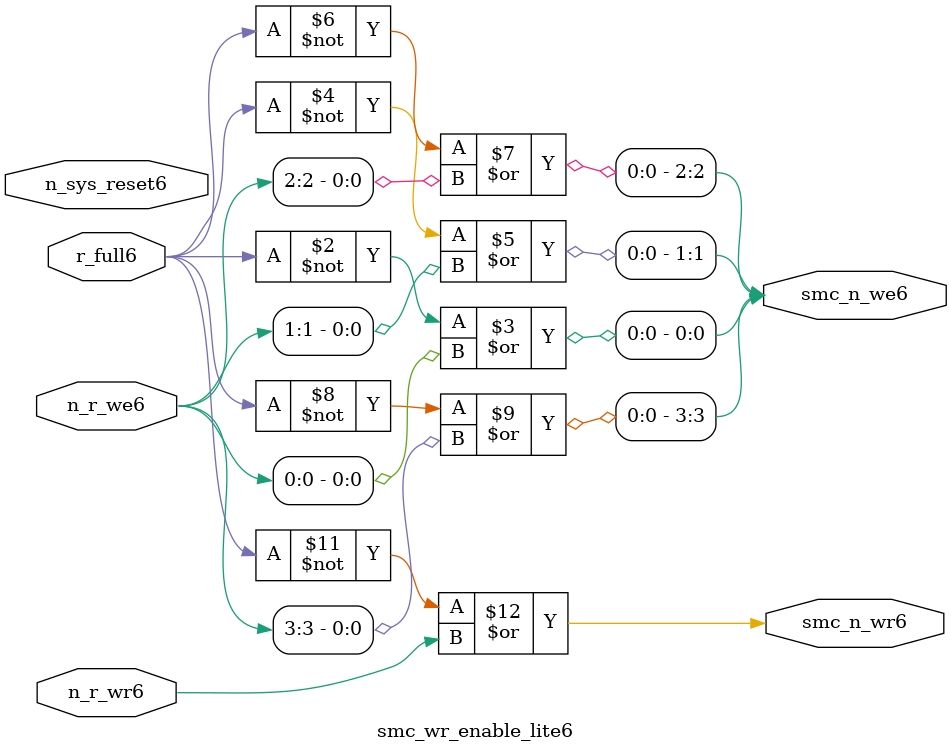
<source format=v>


  module smc_wr_enable_lite6 (

                      //inputs6                      

                      n_sys_reset6,
                      r_full6,
                      n_r_we6,
                      n_r_wr6,

                      //outputs6

                      smc_n_we6,
                      smc_n_wr6);

//I6/O6
   
   input             n_sys_reset6;   //system reset
   input             r_full6;    // Full cycle write strobe6
   input [3:0]       n_r_we6;    //write enable from smc_strobe6
   input             n_r_wr6;    //write strobe6 from smc_strobe6
   output [3:0]      smc_n_we6;  // write enable (active low6)
   output            smc_n_wr6;  // write strobe6 (active low6)
   
   
//output reg declaration6.
   
   reg [3:0]          smc_n_we6;
   reg                smc_n_wr6;

//----------------------------------------------------------------------
// negedge strobes6 with clock6.
//----------------------------------------------------------------------
      

//----------------------------------------------------------------------
      
//--------------------------------------------------------------------
// Gate6 Write strobes6 with clock6.
//--------------------------------------------------------------------

  always @(r_full6 or n_r_we6)
  
  begin
  
     smc_n_we6[0] = ((~r_full6  ) | n_r_we6[0] );

     smc_n_we6[1] = ((~r_full6  ) | n_r_we6[1] );

     smc_n_we6[2] = ((~r_full6  ) | n_r_we6[2] );

     smc_n_we6[3] = ((~r_full6  ) | n_r_we6[3] );

  
  end

//--------------------------------------------------------------------   
//write strobe6 generation6
//--------------------------------------------------------------------   

  always @(n_r_wr6 or r_full6 )
  
     begin
  
        smc_n_wr6 = ((~r_full6 ) | n_r_wr6 );
       
     end

endmodule // smc_wr_enable6


</source>
